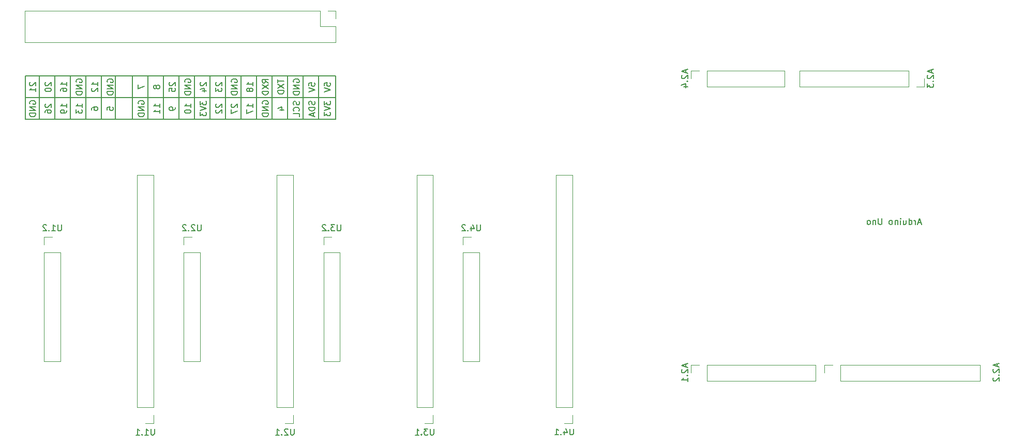
<source format=gbr>
%TF.GenerationSoftware,KiCad,Pcbnew,(6.0.10)*%
%TF.CreationDate,2025-04-13T20:47:06+02:00*%
%TF.ProjectId,pcb_shield,7063625f-7368-4696-956c-642e6b696361,1.0*%
%TF.SameCoordinates,Original*%
%TF.FileFunction,Legend,Bot*%
%TF.FilePolarity,Positive*%
%FSLAX46Y46*%
G04 Gerber Fmt 4.6, Leading zero omitted, Abs format (unit mm)*
G04 Created by KiCad (PCBNEW (6.0.10)) date 2025-04-13 20:47:06*
%MOMM*%
%LPD*%
G01*
G04 APERTURE LIST*
%ADD10C,0.150000*%
%ADD11C,0.120000*%
G04 APERTURE END LIST*
D10*
X72136000Y-70104000D02*
X72136000Y-77216000D01*
X120650000Y-73660000D02*
X69850000Y-73660000D01*
X112776000Y-70104000D02*
X112776000Y-77216000D01*
X100076000Y-70104000D02*
X100076000Y-77216000D01*
X105156000Y-70104000D02*
X105156000Y-77216000D01*
X115316000Y-70104000D02*
X115316000Y-77216000D01*
X110236000Y-70104000D02*
X110236000Y-77216000D01*
X89916000Y-70104000D02*
X89916000Y-77216000D01*
X94996000Y-70104000D02*
X94996000Y-77216000D01*
X84582000Y-70104000D02*
X84582000Y-77216000D01*
X82296000Y-70104000D02*
X82296000Y-77216000D01*
X69850000Y-77216000D02*
X120650000Y-77216000D01*
X107696000Y-70104000D02*
X107696000Y-77216000D01*
X97536000Y-70104000D02*
X97536000Y-77216000D01*
X102616000Y-70104000D02*
X102616000Y-77216000D01*
X87376000Y-70104000D02*
X87376000Y-77216000D01*
X69850000Y-70104000D02*
X120650000Y-70104000D01*
X74676000Y-70104000D02*
X74676000Y-77216000D01*
X92456000Y-70104000D02*
X92456000Y-77216000D01*
X69850000Y-73660000D02*
X69850000Y-77216000D01*
X120650000Y-77216000D02*
X120650000Y-73660000D01*
X77216000Y-70104000D02*
X77216000Y-77216000D01*
X117856000Y-70104000D02*
X117856000Y-77216000D01*
X69850000Y-73660000D02*
X69850000Y-70104000D01*
X120650000Y-70104000D02*
X120650000Y-73660000D01*
X79756000Y-70104000D02*
X79756000Y-77216000D01*
X101147619Y-74676095D02*
X101100000Y-74723714D01*
X101052380Y-74818952D01*
X101052380Y-75057047D01*
X101100000Y-75152285D01*
X101147619Y-75199904D01*
X101242857Y-75247523D01*
X101338095Y-75247523D01*
X101480952Y-75199904D01*
X102052380Y-74628476D01*
X102052380Y-75247523D01*
X101147619Y-75628476D02*
X101100000Y-75676095D01*
X101052380Y-75771333D01*
X101052380Y-76009428D01*
X101100000Y-76104666D01*
X101147619Y-76152285D01*
X101242857Y-76199904D01*
X101338095Y-76199904D01*
X101480952Y-76152285D01*
X102052380Y-75580857D01*
X102052380Y-76199904D01*
X96020000Y-71120095D02*
X95972380Y-71024857D01*
X95972380Y-70882000D01*
X96020000Y-70739142D01*
X96115238Y-70643904D01*
X96210476Y-70596285D01*
X96400952Y-70548666D01*
X96543809Y-70548666D01*
X96734285Y-70596285D01*
X96829523Y-70643904D01*
X96924761Y-70739142D01*
X96972380Y-70882000D01*
X96972380Y-70977238D01*
X96924761Y-71120095D01*
X96877142Y-71167714D01*
X96543809Y-71167714D01*
X96543809Y-70977238D01*
X96972380Y-71596285D02*
X95972380Y-71596285D01*
X96972380Y-72167714D01*
X95972380Y-72167714D01*
X96972380Y-72643904D02*
X95972380Y-72643904D01*
X95972380Y-72882000D01*
X96020000Y-73024857D01*
X96115238Y-73120095D01*
X96210476Y-73167714D01*
X96400952Y-73215333D01*
X96543809Y-73215333D01*
X96734285Y-73167714D01*
X96829523Y-73120095D01*
X96924761Y-73024857D01*
X96972380Y-72882000D01*
X96972380Y-72643904D01*
X98512380Y-74199904D02*
X98512380Y-74818952D01*
X98893333Y-74485619D01*
X98893333Y-74628476D01*
X98940952Y-74723714D01*
X98988571Y-74771333D01*
X99083809Y-74818952D01*
X99321904Y-74818952D01*
X99417142Y-74771333D01*
X99464761Y-74723714D01*
X99512380Y-74628476D01*
X99512380Y-74342761D01*
X99464761Y-74247523D01*
X99417142Y-74199904D01*
X98512380Y-75104666D02*
X99512380Y-75438000D01*
X98512380Y-75771333D01*
X98512380Y-76009428D02*
X98512380Y-76628476D01*
X98893333Y-76295142D01*
X98893333Y-76438000D01*
X98940952Y-76533238D01*
X98988571Y-76580857D01*
X99083809Y-76628476D01*
X99321904Y-76628476D01*
X99417142Y-76580857D01*
X99464761Y-76533238D01*
X99512380Y-76438000D01*
X99512380Y-76152285D01*
X99464761Y-76057047D01*
X99417142Y-76009428D01*
X118832380Y-71691523D02*
X118832380Y-71215333D01*
X119308571Y-71167714D01*
X119260952Y-71215333D01*
X119213333Y-71310571D01*
X119213333Y-71548666D01*
X119260952Y-71643904D01*
X119308571Y-71691523D01*
X119403809Y-71739142D01*
X119641904Y-71739142D01*
X119737142Y-71691523D01*
X119784761Y-71643904D01*
X119832380Y-71548666D01*
X119832380Y-71310571D01*
X119784761Y-71215333D01*
X119737142Y-71167714D01*
X118832380Y-72024857D02*
X119832380Y-72358190D01*
X118832380Y-72691523D01*
X103687619Y-74676095D02*
X103640000Y-74723714D01*
X103592380Y-74818952D01*
X103592380Y-75057047D01*
X103640000Y-75152285D01*
X103687619Y-75199904D01*
X103782857Y-75247523D01*
X103878095Y-75247523D01*
X104020952Y-75199904D01*
X104592380Y-74628476D01*
X104592380Y-75247523D01*
X103592380Y-75580857D02*
X103592380Y-76247523D01*
X104592380Y-75818952D01*
X81732380Y-71691523D02*
X81732380Y-71120095D01*
X81732380Y-71405809D02*
X80732380Y-71405809D01*
X80875238Y-71310571D01*
X80970476Y-71215333D01*
X81018095Y-71120095D01*
X80827619Y-72072476D02*
X80780000Y-72120095D01*
X80732380Y-72215333D01*
X80732380Y-72453428D01*
X80780000Y-72548666D01*
X80827619Y-72596285D01*
X80922857Y-72643904D01*
X81018095Y-72643904D01*
X81160952Y-72596285D01*
X81732380Y-72024857D01*
X81732380Y-72643904D01*
X91892380Y-75247523D02*
X91892380Y-74676095D01*
X91892380Y-74961809D02*
X90892380Y-74961809D01*
X91035238Y-74866571D01*
X91130476Y-74771333D01*
X91178095Y-74676095D01*
X91892380Y-76199904D02*
X91892380Y-75628476D01*
X91892380Y-75914190D02*
X90892380Y-75914190D01*
X91035238Y-75818952D01*
X91130476Y-75723714D01*
X91178095Y-75628476D01*
X107132380Y-75247523D02*
X107132380Y-74676095D01*
X107132380Y-74961809D02*
X106132380Y-74961809D01*
X106275238Y-74866571D01*
X106370476Y-74771333D01*
X106418095Y-74676095D01*
X106132380Y-75580857D02*
X106132380Y-76247523D01*
X107132380Y-75818952D01*
X83320000Y-71120095D02*
X83272380Y-71024857D01*
X83272380Y-70882000D01*
X83320000Y-70739142D01*
X83415238Y-70643904D01*
X83510476Y-70596285D01*
X83700952Y-70548666D01*
X83843809Y-70548666D01*
X84034285Y-70596285D01*
X84129523Y-70643904D01*
X84224761Y-70739142D01*
X84272380Y-70882000D01*
X84272380Y-70977238D01*
X84224761Y-71120095D01*
X84177142Y-71167714D01*
X83843809Y-71167714D01*
X83843809Y-70977238D01*
X84272380Y-71596285D02*
X83272380Y-71596285D01*
X84272380Y-72167714D01*
X83272380Y-72167714D01*
X84272380Y-72643904D02*
X83272380Y-72643904D01*
X83272380Y-72882000D01*
X83320000Y-73024857D01*
X83415238Y-73120095D01*
X83510476Y-73167714D01*
X83700952Y-73215333D01*
X83843809Y-73215333D01*
X84034285Y-73167714D01*
X84129523Y-73120095D01*
X84224761Y-73024857D01*
X84272380Y-72882000D01*
X84272380Y-72643904D01*
X111212380Y-70620095D02*
X111212380Y-71191523D01*
X112212380Y-70905809D02*
X111212380Y-70905809D01*
X111212380Y-71429619D02*
X112212380Y-72096285D01*
X111212380Y-72096285D02*
X112212380Y-71429619D01*
X112212380Y-72477238D02*
X111212380Y-72477238D01*
X111212380Y-72715333D01*
X111260000Y-72858190D01*
X111355238Y-72953428D01*
X111450476Y-73001047D01*
X111640952Y-73048666D01*
X111783809Y-73048666D01*
X111974285Y-73001047D01*
X112069523Y-72953428D01*
X112164761Y-72858190D01*
X112212380Y-72715333D01*
X112212380Y-72477238D01*
X108720000Y-74676095D02*
X108672380Y-74580857D01*
X108672380Y-74438000D01*
X108720000Y-74295142D01*
X108815238Y-74199904D01*
X108910476Y-74152285D01*
X109100952Y-74104666D01*
X109243809Y-74104666D01*
X109434285Y-74152285D01*
X109529523Y-74199904D01*
X109624761Y-74295142D01*
X109672380Y-74438000D01*
X109672380Y-74533238D01*
X109624761Y-74676095D01*
X109577142Y-74723714D01*
X109243809Y-74723714D01*
X109243809Y-74533238D01*
X109672380Y-75152285D02*
X108672380Y-75152285D01*
X109672380Y-75723714D01*
X108672380Y-75723714D01*
X109672380Y-76199904D02*
X108672380Y-76199904D01*
X108672380Y-76438000D01*
X108720000Y-76580857D01*
X108815238Y-76676095D01*
X108910476Y-76723714D01*
X109100952Y-76771333D01*
X109243809Y-76771333D01*
X109434285Y-76723714D01*
X109529523Y-76676095D01*
X109624761Y-76580857D01*
X109672380Y-76438000D01*
X109672380Y-76199904D01*
X216494761Y-94146666D02*
X216018571Y-94146666D01*
X216590000Y-94432380D02*
X216256666Y-93432380D01*
X215923333Y-94432380D01*
X215590000Y-94432380D02*
X215590000Y-93765714D01*
X215590000Y-93956190D02*
X215542380Y-93860952D01*
X215494761Y-93813333D01*
X215399523Y-93765714D01*
X215304285Y-93765714D01*
X214542380Y-94432380D02*
X214542380Y-93432380D01*
X214542380Y-94384761D02*
X214637619Y-94432380D01*
X214828095Y-94432380D01*
X214923333Y-94384761D01*
X214970952Y-94337142D01*
X215018571Y-94241904D01*
X215018571Y-93956190D01*
X214970952Y-93860952D01*
X214923333Y-93813333D01*
X214828095Y-93765714D01*
X214637619Y-93765714D01*
X214542380Y-93813333D01*
X213637619Y-93765714D02*
X213637619Y-94432380D01*
X214066190Y-93765714D02*
X214066190Y-94289523D01*
X214018571Y-94384761D01*
X213923333Y-94432380D01*
X213780476Y-94432380D01*
X213685238Y-94384761D01*
X213637619Y-94337142D01*
X213161428Y-94432380D02*
X213161428Y-93765714D01*
X213161428Y-93432380D02*
X213209047Y-93480000D01*
X213161428Y-93527619D01*
X213113809Y-93480000D01*
X213161428Y-93432380D01*
X213161428Y-93527619D01*
X212685238Y-93765714D02*
X212685238Y-94432380D01*
X212685238Y-93860952D02*
X212637619Y-93813333D01*
X212542380Y-93765714D01*
X212399523Y-93765714D01*
X212304285Y-93813333D01*
X212256666Y-93908571D01*
X212256666Y-94432380D01*
X211637619Y-94432380D02*
X211732857Y-94384761D01*
X211780476Y-94337142D01*
X211828095Y-94241904D01*
X211828095Y-93956190D01*
X211780476Y-93860952D01*
X211732857Y-93813333D01*
X211637619Y-93765714D01*
X211494761Y-93765714D01*
X211399523Y-93813333D01*
X211351904Y-93860952D01*
X211304285Y-93956190D01*
X211304285Y-94241904D01*
X211351904Y-94337142D01*
X211399523Y-94384761D01*
X211494761Y-94432380D01*
X211637619Y-94432380D01*
X210113809Y-93432380D02*
X210113809Y-94241904D01*
X210066190Y-94337142D01*
X210018571Y-94384761D01*
X209923333Y-94432380D01*
X209732857Y-94432380D01*
X209637619Y-94384761D01*
X209590000Y-94337142D01*
X209542380Y-94241904D01*
X209542380Y-93432380D01*
X209066190Y-93765714D02*
X209066190Y-94432380D01*
X209066190Y-93860952D02*
X209018571Y-93813333D01*
X208923333Y-93765714D01*
X208780476Y-93765714D01*
X208685238Y-93813333D01*
X208637619Y-93908571D01*
X208637619Y-94432380D01*
X208018571Y-94432380D02*
X208113809Y-94384761D01*
X208161428Y-94337142D01*
X208209047Y-94241904D01*
X208209047Y-93956190D01*
X208161428Y-93860952D01*
X208113809Y-93813333D01*
X208018571Y-93765714D01*
X207875714Y-93765714D01*
X207780476Y-93813333D01*
X207732857Y-93860952D01*
X207685238Y-93956190D01*
X207685238Y-94241904D01*
X207732857Y-94337142D01*
X207780476Y-94384761D01*
X207875714Y-94432380D01*
X208018571Y-94432380D01*
X80732380Y-75628476D02*
X80732380Y-75438000D01*
X80780000Y-75342761D01*
X80827619Y-75295142D01*
X80970476Y-75199904D01*
X81160952Y-75152285D01*
X81541904Y-75152285D01*
X81637142Y-75199904D01*
X81684761Y-75247523D01*
X81732380Y-75342761D01*
X81732380Y-75533238D01*
X81684761Y-75628476D01*
X81637142Y-75676095D01*
X81541904Y-75723714D01*
X81303809Y-75723714D01*
X81208571Y-75676095D01*
X81160952Y-75628476D01*
X81113333Y-75533238D01*
X81113333Y-75342761D01*
X81160952Y-75247523D01*
X81208571Y-75199904D01*
X81303809Y-75152285D01*
X118832380Y-74199904D02*
X118832380Y-74818952D01*
X119213333Y-74485619D01*
X119213333Y-74628476D01*
X119260952Y-74723714D01*
X119308571Y-74771333D01*
X119403809Y-74818952D01*
X119641904Y-74818952D01*
X119737142Y-74771333D01*
X119784761Y-74723714D01*
X119832380Y-74628476D01*
X119832380Y-74342761D01*
X119784761Y-74247523D01*
X119737142Y-74199904D01*
X118832380Y-75104666D02*
X119832380Y-75438000D01*
X118832380Y-75771333D01*
X118832380Y-76009428D02*
X118832380Y-76628476D01*
X119213333Y-76295142D01*
X119213333Y-76438000D01*
X119260952Y-76533238D01*
X119308571Y-76580857D01*
X119403809Y-76628476D01*
X119641904Y-76628476D01*
X119737142Y-76580857D01*
X119784761Y-76533238D01*
X119832380Y-76438000D01*
X119832380Y-76152285D01*
X119784761Y-76057047D01*
X119737142Y-76009428D01*
X114704761Y-74247523D02*
X114752380Y-74390380D01*
X114752380Y-74628476D01*
X114704761Y-74723714D01*
X114657142Y-74771333D01*
X114561904Y-74818952D01*
X114466666Y-74818952D01*
X114371428Y-74771333D01*
X114323809Y-74723714D01*
X114276190Y-74628476D01*
X114228571Y-74438000D01*
X114180952Y-74342761D01*
X114133333Y-74295142D01*
X114038095Y-74247523D01*
X113942857Y-74247523D01*
X113847619Y-74295142D01*
X113800000Y-74342761D01*
X113752380Y-74438000D01*
X113752380Y-74676095D01*
X113800000Y-74818952D01*
X114657142Y-75818952D02*
X114704761Y-75771333D01*
X114752380Y-75628476D01*
X114752380Y-75533238D01*
X114704761Y-75390380D01*
X114609523Y-75295142D01*
X114514285Y-75247523D01*
X114323809Y-75199904D01*
X114180952Y-75199904D01*
X113990476Y-75247523D01*
X113895238Y-75295142D01*
X113800000Y-75390380D01*
X113752380Y-75533238D01*
X113752380Y-75628476D01*
X113800000Y-75771333D01*
X113847619Y-75818952D01*
X114752380Y-76723714D02*
X114752380Y-76247523D01*
X113752380Y-76247523D01*
X116292380Y-71691523D02*
X116292380Y-71215333D01*
X116768571Y-71167714D01*
X116720952Y-71215333D01*
X116673333Y-71310571D01*
X116673333Y-71548666D01*
X116720952Y-71643904D01*
X116768571Y-71691523D01*
X116863809Y-71739142D01*
X117101904Y-71739142D01*
X117197142Y-71691523D01*
X117244761Y-71643904D01*
X117292380Y-71548666D01*
X117292380Y-71310571D01*
X117244761Y-71215333D01*
X117197142Y-71167714D01*
X116292380Y-72024857D02*
X117292380Y-72358190D01*
X116292380Y-72691523D01*
X79192380Y-75247523D02*
X79192380Y-74676095D01*
X79192380Y-74961809D02*
X78192380Y-74961809D01*
X78335238Y-74866571D01*
X78430476Y-74771333D01*
X78478095Y-74676095D01*
X78192380Y-75580857D02*
X78192380Y-76199904D01*
X78573333Y-75866571D01*
X78573333Y-76009428D01*
X78620952Y-76104666D01*
X78668571Y-76152285D01*
X78763809Y-76199904D01*
X79001904Y-76199904D01*
X79097142Y-76152285D01*
X79144761Y-76104666D01*
X79192380Y-76009428D01*
X79192380Y-75723714D01*
X79144761Y-75628476D01*
X79097142Y-75580857D01*
X109672380Y-71215333D02*
X109196190Y-70882000D01*
X109672380Y-70643904D02*
X108672380Y-70643904D01*
X108672380Y-71024857D01*
X108720000Y-71120095D01*
X108767619Y-71167714D01*
X108862857Y-71215333D01*
X109005714Y-71215333D01*
X109100952Y-71167714D01*
X109148571Y-71120095D01*
X109196190Y-71024857D01*
X109196190Y-70643904D01*
X108672380Y-71548666D02*
X109672380Y-72215333D01*
X108672380Y-72215333D02*
X109672380Y-71548666D01*
X109672380Y-72596285D02*
X108672380Y-72596285D01*
X108672380Y-72834380D01*
X108720000Y-72977238D01*
X108815238Y-73072476D01*
X108910476Y-73120095D01*
X109100952Y-73167714D01*
X109243809Y-73167714D01*
X109434285Y-73120095D01*
X109529523Y-73072476D01*
X109624761Y-72977238D01*
X109672380Y-72834380D01*
X109672380Y-72596285D01*
X94432380Y-75247523D02*
X94432380Y-75438000D01*
X94384761Y-75533238D01*
X94337142Y-75580857D01*
X94194285Y-75676095D01*
X94003809Y-75723714D01*
X93622857Y-75723714D01*
X93527619Y-75676095D01*
X93480000Y-75628476D01*
X93432380Y-75533238D01*
X93432380Y-75342761D01*
X93480000Y-75247523D01*
X93527619Y-75199904D01*
X93622857Y-75152285D01*
X93860952Y-75152285D01*
X93956190Y-75199904D01*
X94003809Y-75247523D01*
X94051428Y-75342761D01*
X94051428Y-75533238D01*
X94003809Y-75628476D01*
X93956190Y-75676095D01*
X93860952Y-75723714D01*
X78240000Y-71120095D02*
X78192380Y-71024857D01*
X78192380Y-70882000D01*
X78240000Y-70739142D01*
X78335238Y-70643904D01*
X78430476Y-70596285D01*
X78620952Y-70548666D01*
X78763809Y-70548666D01*
X78954285Y-70596285D01*
X79049523Y-70643904D01*
X79144761Y-70739142D01*
X79192380Y-70882000D01*
X79192380Y-70977238D01*
X79144761Y-71120095D01*
X79097142Y-71167714D01*
X78763809Y-71167714D01*
X78763809Y-70977238D01*
X79192380Y-71596285D02*
X78192380Y-71596285D01*
X79192380Y-72167714D01*
X78192380Y-72167714D01*
X79192380Y-72643904D02*
X78192380Y-72643904D01*
X78192380Y-72882000D01*
X78240000Y-73024857D01*
X78335238Y-73120095D01*
X78430476Y-73167714D01*
X78620952Y-73215333D01*
X78763809Y-73215333D01*
X78954285Y-73167714D01*
X79049523Y-73120095D01*
X79144761Y-73024857D01*
X79192380Y-72882000D01*
X79192380Y-72643904D01*
X88352380Y-71548666D02*
X88352380Y-72215333D01*
X89352380Y-71786761D01*
X101147619Y-71120095D02*
X101100000Y-71167714D01*
X101052380Y-71262952D01*
X101052380Y-71501047D01*
X101100000Y-71596285D01*
X101147619Y-71643904D01*
X101242857Y-71691523D01*
X101338095Y-71691523D01*
X101480952Y-71643904D01*
X102052380Y-71072476D01*
X102052380Y-71691523D01*
X101052380Y-72024857D02*
X101052380Y-72643904D01*
X101433333Y-72310571D01*
X101433333Y-72453428D01*
X101480952Y-72548666D01*
X101528571Y-72596285D01*
X101623809Y-72643904D01*
X101861904Y-72643904D01*
X101957142Y-72596285D01*
X102004761Y-72548666D01*
X102052380Y-72453428D01*
X102052380Y-72167714D01*
X102004761Y-72072476D01*
X101957142Y-72024857D01*
X111545714Y-75628476D02*
X112212380Y-75628476D01*
X111164761Y-75390380D02*
X111879047Y-75152285D01*
X111879047Y-75771333D01*
X96972380Y-75247523D02*
X96972380Y-74676095D01*
X96972380Y-74961809D02*
X95972380Y-74961809D01*
X96115238Y-74866571D01*
X96210476Y-74771333D01*
X96258095Y-74676095D01*
X95972380Y-75866571D02*
X95972380Y-75961809D01*
X96020000Y-76057047D01*
X96067619Y-76104666D01*
X96162857Y-76152285D01*
X96353333Y-76199904D01*
X96591428Y-76199904D01*
X96781904Y-76152285D01*
X96877142Y-76104666D01*
X96924761Y-76057047D01*
X96972380Y-75961809D01*
X96972380Y-75866571D01*
X96924761Y-75771333D01*
X96877142Y-75723714D01*
X96781904Y-75676095D01*
X96591428Y-75628476D01*
X96353333Y-75628476D01*
X96162857Y-75676095D01*
X96067619Y-75723714D01*
X96020000Y-75771333D01*
X95972380Y-75866571D01*
X83272380Y-75676095D02*
X83272380Y-75199904D01*
X83748571Y-75152285D01*
X83700952Y-75199904D01*
X83653333Y-75295142D01*
X83653333Y-75533238D01*
X83700952Y-75628476D01*
X83748571Y-75676095D01*
X83843809Y-75723714D01*
X84081904Y-75723714D01*
X84177142Y-75676095D01*
X84224761Y-75628476D01*
X84272380Y-75533238D01*
X84272380Y-75295142D01*
X84224761Y-75199904D01*
X84177142Y-75152285D01*
X88400000Y-74676095D02*
X88352380Y-74580857D01*
X88352380Y-74438000D01*
X88400000Y-74295142D01*
X88495238Y-74199904D01*
X88590476Y-74152285D01*
X88780952Y-74104666D01*
X88923809Y-74104666D01*
X89114285Y-74152285D01*
X89209523Y-74199904D01*
X89304761Y-74295142D01*
X89352380Y-74438000D01*
X89352380Y-74533238D01*
X89304761Y-74676095D01*
X89257142Y-74723714D01*
X88923809Y-74723714D01*
X88923809Y-74533238D01*
X89352380Y-75152285D02*
X88352380Y-75152285D01*
X89352380Y-75723714D01*
X88352380Y-75723714D01*
X89352380Y-76199904D02*
X88352380Y-76199904D01*
X88352380Y-76438000D01*
X88400000Y-76580857D01*
X88495238Y-76676095D01*
X88590476Y-76723714D01*
X88780952Y-76771333D01*
X88923809Y-76771333D01*
X89114285Y-76723714D01*
X89209523Y-76676095D01*
X89304761Y-76580857D01*
X89352380Y-76438000D01*
X89352380Y-76199904D01*
X91320952Y-71786761D02*
X91273333Y-71691523D01*
X91225714Y-71643904D01*
X91130476Y-71596285D01*
X91082857Y-71596285D01*
X90987619Y-71643904D01*
X90940000Y-71691523D01*
X90892380Y-71786761D01*
X90892380Y-71977238D01*
X90940000Y-72072476D01*
X90987619Y-72120095D01*
X91082857Y-72167714D01*
X91130476Y-72167714D01*
X91225714Y-72120095D01*
X91273333Y-72072476D01*
X91320952Y-71977238D01*
X91320952Y-71786761D01*
X91368571Y-71691523D01*
X91416190Y-71643904D01*
X91511428Y-71596285D01*
X91701904Y-71596285D01*
X91797142Y-71643904D01*
X91844761Y-71691523D01*
X91892380Y-71786761D01*
X91892380Y-71977238D01*
X91844761Y-72072476D01*
X91797142Y-72120095D01*
X91701904Y-72167714D01*
X91511428Y-72167714D01*
X91416190Y-72120095D01*
X91368571Y-72072476D01*
X91320952Y-71977238D01*
X98607619Y-71120095D02*
X98560000Y-71167714D01*
X98512380Y-71262952D01*
X98512380Y-71501047D01*
X98560000Y-71596285D01*
X98607619Y-71643904D01*
X98702857Y-71691523D01*
X98798095Y-71691523D01*
X98940952Y-71643904D01*
X99512380Y-71072476D01*
X99512380Y-71691523D01*
X98845714Y-72548666D02*
X99512380Y-72548666D01*
X98464761Y-72310571D02*
X99179047Y-72072476D01*
X99179047Y-72691523D01*
X70667619Y-71120095D02*
X70620000Y-71167714D01*
X70572380Y-71262952D01*
X70572380Y-71501047D01*
X70620000Y-71596285D01*
X70667619Y-71643904D01*
X70762857Y-71691523D01*
X70858095Y-71691523D01*
X71000952Y-71643904D01*
X71572380Y-71072476D01*
X71572380Y-71691523D01*
X71572380Y-72643904D02*
X71572380Y-72072476D01*
X71572380Y-72358190D02*
X70572380Y-72358190D01*
X70715238Y-72262952D01*
X70810476Y-72167714D01*
X70858095Y-72072476D01*
X113800000Y-71120095D02*
X113752380Y-71024857D01*
X113752380Y-70882000D01*
X113800000Y-70739142D01*
X113895238Y-70643904D01*
X113990476Y-70596285D01*
X114180952Y-70548666D01*
X114323809Y-70548666D01*
X114514285Y-70596285D01*
X114609523Y-70643904D01*
X114704761Y-70739142D01*
X114752380Y-70882000D01*
X114752380Y-70977238D01*
X114704761Y-71120095D01*
X114657142Y-71167714D01*
X114323809Y-71167714D01*
X114323809Y-70977238D01*
X114752380Y-71596285D02*
X113752380Y-71596285D01*
X114752380Y-72167714D01*
X113752380Y-72167714D01*
X114752380Y-72643904D02*
X113752380Y-72643904D01*
X113752380Y-72882000D01*
X113800000Y-73024857D01*
X113895238Y-73120095D01*
X113990476Y-73167714D01*
X114180952Y-73215333D01*
X114323809Y-73215333D01*
X114514285Y-73167714D01*
X114609523Y-73120095D01*
X114704761Y-73024857D01*
X114752380Y-72882000D01*
X114752380Y-72643904D01*
X70620000Y-74676095D02*
X70572380Y-74580857D01*
X70572380Y-74438000D01*
X70620000Y-74295142D01*
X70715238Y-74199904D01*
X70810476Y-74152285D01*
X71000952Y-74104666D01*
X71143809Y-74104666D01*
X71334285Y-74152285D01*
X71429523Y-74199904D01*
X71524761Y-74295142D01*
X71572380Y-74438000D01*
X71572380Y-74533238D01*
X71524761Y-74676095D01*
X71477142Y-74723714D01*
X71143809Y-74723714D01*
X71143809Y-74533238D01*
X71572380Y-75152285D02*
X70572380Y-75152285D01*
X71572380Y-75723714D01*
X70572380Y-75723714D01*
X71572380Y-76199904D02*
X70572380Y-76199904D01*
X70572380Y-76438000D01*
X70620000Y-76580857D01*
X70715238Y-76676095D01*
X70810476Y-76723714D01*
X71000952Y-76771333D01*
X71143809Y-76771333D01*
X71334285Y-76723714D01*
X71429523Y-76676095D01*
X71524761Y-76580857D01*
X71572380Y-76438000D01*
X71572380Y-76199904D01*
X73207619Y-71120095D02*
X73160000Y-71167714D01*
X73112380Y-71262952D01*
X73112380Y-71501047D01*
X73160000Y-71596285D01*
X73207619Y-71643904D01*
X73302857Y-71691523D01*
X73398095Y-71691523D01*
X73540952Y-71643904D01*
X74112380Y-71072476D01*
X74112380Y-71691523D01*
X73112380Y-72310571D02*
X73112380Y-72405809D01*
X73160000Y-72501047D01*
X73207619Y-72548666D01*
X73302857Y-72596285D01*
X73493333Y-72643904D01*
X73731428Y-72643904D01*
X73921904Y-72596285D01*
X74017142Y-72548666D01*
X74064761Y-72501047D01*
X74112380Y-72405809D01*
X74112380Y-72310571D01*
X74064761Y-72215333D01*
X74017142Y-72167714D01*
X73921904Y-72120095D01*
X73731428Y-72072476D01*
X73493333Y-72072476D01*
X73302857Y-72120095D01*
X73207619Y-72167714D01*
X73160000Y-72215333D01*
X73112380Y-72310571D01*
X73207619Y-74676095D02*
X73160000Y-74723714D01*
X73112380Y-74818952D01*
X73112380Y-75057047D01*
X73160000Y-75152285D01*
X73207619Y-75199904D01*
X73302857Y-75247523D01*
X73398095Y-75247523D01*
X73540952Y-75199904D01*
X74112380Y-74628476D01*
X74112380Y-75247523D01*
X73112380Y-76104666D02*
X73112380Y-75914190D01*
X73160000Y-75818952D01*
X73207619Y-75771333D01*
X73350476Y-75676095D01*
X73540952Y-75628476D01*
X73921904Y-75628476D01*
X74017142Y-75676095D01*
X74064761Y-75723714D01*
X74112380Y-75818952D01*
X74112380Y-76009428D01*
X74064761Y-76104666D01*
X74017142Y-76152285D01*
X73921904Y-76199904D01*
X73683809Y-76199904D01*
X73588571Y-76152285D01*
X73540952Y-76104666D01*
X73493333Y-76009428D01*
X73493333Y-75818952D01*
X73540952Y-75723714D01*
X73588571Y-75676095D01*
X73683809Y-75628476D01*
X76652380Y-71691523D02*
X76652380Y-71120095D01*
X76652380Y-71405809D02*
X75652380Y-71405809D01*
X75795238Y-71310571D01*
X75890476Y-71215333D01*
X75938095Y-71120095D01*
X75652380Y-72548666D02*
X75652380Y-72358190D01*
X75700000Y-72262952D01*
X75747619Y-72215333D01*
X75890476Y-72120095D01*
X76080952Y-72072476D01*
X76461904Y-72072476D01*
X76557142Y-72120095D01*
X76604761Y-72167714D01*
X76652380Y-72262952D01*
X76652380Y-72453428D01*
X76604761Y-72548666D01*
X76557142Y-72596285D01*
X76461904Y-72643904D01*
X76223809Y-72643904D01*
X76128571Y-72596285D01*
X76080952Y-72548666D01*
X76033333Y-72453428D01*
X76033333Y-72262952D01*
X76080952Y-72167714D01*
X76128571Y-72120095D01*
X76223809Y-72072476D01*
X103640000Y-71120095D02*
X103592380Y-71024857D01*
X103592380Y-70882000D01*
X103640000Y-70739142D01*
X103735238Y-70643904D01*
X103830476Y-70596285D01*
X104020952Y-70548666D01*
X104163809Y-70548666D01*
X104354285Y-70596285D01*
X104449523Y-70643904D01*
X104544761Y-70739142D01*
X104592380Y-70882000D01*
X104592380Y-70977238D01*
X104544761Y-71120095D01*
X104497142Y-71167714D01*
X104163809Y-71167714D01*
X104163809Y-70977238D01*
X104592380Y-71596285D02*
X103592380Y-71596285D01*
X104592380Y-72167714D01*
X103592380Y-72167714D01*
X104592380Y-72643904D02*
X103592380Y-72643904D01*
X103592380Y-72882000D01*
X103640000Y-73024857D01*
X103735238Y-73120095D01*
X103830476Y-73167714D01*
X104020952Y-73215333D01*
X104163809Y-73215333D01*
X104354285Y-73167714D01*
X104449523Y-73120095D01*
X104544761Y-73024857D01*
X104592380Y-72882000D01*
X104592380Y-72643904D01*
X117244761Y-74223714D02*
X117292380Y-74366571D01*
X117292380Y-74604666D01*
X117244761Y-74699904D01*
X117197142Y-74747523D01*
X117101904Y-74795142D01*
X117006666Y-74795142D01*
X116911428Y-74747523D01*
X116863809Y-74699904D01*
X116816190Y-74604666D01*
X116768571Y-74414190D01*
X116720952Y-74318952D01*
X116673333Y-74271333D01*
X116578095Y-74223714D01*
X116482857Y-74223714D01*
X116387619Y-74271333D01*
X116340000Y-74318952D01*
X116292380Y-74414190D01*
X116292380Y-74652285D01*
X116340000Y-74795142D01*
X117292380Y-75223714D02*
X116292380Y-75223714D01*
X116292380Y-75461809D01*
X116340000Y-75604666D01*
X116435238Y-75699904D01*
X116530476Y-75747523D01*
X116720952Y-75795142D01*
X116863809Y-75795142D01*
X117054285Y-75747523D01*
X117149523Y-75699904D01*
X117244761Y-75604666D01*
X117292380Y-75461809D01*
X117292380Y-75223714D01*
X117006666Y-76176095D02*
X117006666Y-76652285D01*
X117292380Y-76080857D02*
X116292380Y-76414190D01*
X117292380Y-76747523D01*
X107132380Y-71691523D02*
X107132380Y-71120095D01*
X107132380Y-71405809D02*
X106132380Y-71405809D01*
X106275238Y-71310571D01*
X106370476Y-71215333D01*
X106418095Y-71120095D01*
X106560952Y-72262952D02*
X106513333Y-72167714D01*
X106465714Y-72120095D01*
X106370476Y-72072476D01*
X106322857Y-72072476D01*
X106227619Y-72120095D01*
X106180000Y-72167714D01*
X106132380Y-72262952D01*
X106132380Y-72453428D01*
X106180000Y-72548666D01*
X106227619Y-72596285D01*
X106322857Y-72643904D01*
X106370476Y-72643904D01*
X106465714Y-72596285D01*
X106513333Y-72548666D01*
X106560952Y-72453428D01*
X106560952Y-72262952D01*
X106608571Y-72167714D01*
X106656190Y-72120095D01*
X106751428Y-72072476D01*
X106941904Y-72072476D01*
X107037142Y-72120095D01*
X107084761Y-72167714D01*
X107132380Y-72262952D01*
X107132380Y-72453428D01*
X107084761Y-72548666D01*
X107037142Y-72596285D01*
X106941904Y-72643904D01*
X106751428Y-72643904D01*
X106656190Y-72596285D01*
X106608571Y-72548666D01*
X106560952Y-72453428D01*
X93527619Y-71120095D02*
X93480000Y-71167714D01*
X93432380Y-71262952D01*
X93432380Y-71501047D01*
X93480000Y-71596285D01*
X93527619Y-71643904D01*
X93622857Y-71691523D01*
X93718095Y-71691523D01*
X93860952Y-71643904D01*
X94432380Y-71072476D01*
X94432380Y-71691523D01*
X93432380Y-72596285D02*
X93432380Y-72120095D01*
X93908571Y-72072476D01*
X93860952Y-72120095D01*
X93813333Y-72215333D01*
X93813333Y-72453428D01*
X93860952Y-72548666D01*
X93908571Y-72596285D01*
X94003809Y-72643904D01*
X94241904Y-72643904D01*
X94337142Y-72596285D01*
X94384761Y-72548666D01*
X94432380Y-72453428D01*
X94432380Y-72215333D01*
X94384761Y-72120095D01*
X94337142Y-72072476D01*
X76652380Y-75247523D02*
X76652380Y-74676095D01*
X76652380Y-74961809D02*
X75652380Y-74961809D01*
X75795238Y-74866571D01*
X75890476Y-74771333D01*
X75938095Y-74676095D01*
X76652380Y-75723714D02*
X76652380Y-75914190D01*
X76604761Y-76009428D01*
X76557142Y-76057047D01*
X76414285Y-76152285D01*
X76223809Y-76199904D01*
X75842857Y-76199904D01*
X75747619Y-76152285D01*
X75700000Y-76104666D01*
X75652380Y-76009428D01*
X75652380Y-75818952D01*
X75700000Y-75723714D01*
X75747619Y-75676095D01*
X75842857Y-75628476D01*
X76080952Y-75628476D01*
X76176190Y-75676095D01*
X76223809Y-75723714D01*
X76271428Y-75818952D01*
X76271428Y-76009428D01*
X76223809Y-76104666D01*
X76176190Y-76152285D01*
X76080952Y-76199904D01*
%TO.C,A2.3*%
X218244666Y-69094428D02*
X218244666Y-69570619D01*
X218530380Y-68999190D02*
X217530380Y-69332523D01*
X218530380Y-69665857D01*
X217625619Y-69951571D02*
X217578000Y-69999190D01*
X217530380Y-70094428D01*
X217530380Y-70332523D01*
X217578000Y-70427761D01*
X217625619Y-70475380D01*
X217720857Y-70523000D01*
X217816095Y-70523000D01*
X217958952Y-70475380D01*
X218530380Y-69903952D01*
X218530380Y-70523000D01*
X218435142Y-70951571D02*
X218482761Y-70999190D01*
X218530380Y-70951571D01*
X218482761Y-70903952D01*
X218435142Y-70951571D01*
X218530380Y-70951571D01*
X217530380Y-71332523D02*
X217530380Y-71951571D01*
X217911333Y-71618238D01*
X217911333Y-71761095D01*
X217958952Y-71856333D01*
X218006571Y-71903952D01*
X218101809Y-71951571D01*
X218339904Y-71951571D01*
X218435142Y-71903952D01*
X218482761Y-71856333D01*
X218530380Y-71761095D01*
X218530380Y-71475380D01*
X218482761Y-71380142D01*
X218435142Y-71332523D01*
%TO.C,A2.4*%
X178024666Y-69084428D02*
X178024666Y-69560619D01*
X178310380Y-68989190D02*
X177310380Y-69322523D01*
X178310380Y-69655857D01*
X177405619Y-69941571D02*
X177358000Y-69989190D01*
X177310380Y-70084428D01*
X177310380Y-70322523D01*
X177358000Y-70417761D01*
X177405619Y-70465380D01*
X177500857Y-70513000D01*
X177596095Y-70513000D01*
X177738952Y-70465380D01*
X178310380Y-69893952D01*
X178310380Y-70513000D01*
X178215142Y-70941571D02*
X178262761Y-70989190D01*
X178310380Y-70941571D01*
X178262761Y-70893952D01*
X178215142Y-70941571D01*
X178310380Y-70941571D01*
X177643714Y-71846333D02*
X178310380Y-71846333D01*
X177262761Y-71608238D02*
X177977047Y-71370142D01*
X177977047Y-71989190D01*
%TO.C,A2.2*%
X229014666Y-117284428D02*
X229014666Y-117760619D01*
X229300380Y-117189190D02*
X228300380Y-117522523D01*
X229300380Y-117855857D01*
X228395619Y-118141571D02*
X228348000Y-118189190D01*
X228300380Y-118284428D01*
X228300380Y-118522523D01*
X228348000Y-118617761D01*
X228395619Y-118665380D01*
X228490857Y-118713000D01*
X228586095Y-118713000D01*
X228728952Y-118665380D01*
X229300380Y-118093952D01*
X229300380Y-118713000D01*
X229205142Y-119141571D02*
X229252761Y-119189190D01*
X229300380Y-119141571D01*
X229252761Y-119093952D01*
X229205142Y-119141571D01*
X229300380Y-119141571D01*
X228395619Y-119570142D02*
X228348000Y-119617761D01*
X228300380Y-119713000D01*
X228300380Y-119951095D01*
X228348000Y-120046333D01*
X228395619Y-120093952D01*
X228490857Y-120141571D01*
X228586095Y-120141571D01*
X228728952Y-120093952D01*
X229300380Y-119522523D01*
X229300380Y-120141571D01*
%TO.C,A2.1*%
X178024666Y-117354428D02*
X178024666Y-117830619D01*
X178310380Y-117259190D02*
X177310380Y-117592523D01*
X178310380Y-117925857D01*
X177405619Y-118211571D02*
X177358000Y-118259190D01*
X177310380Y-118354428D01*
X177310380Y-118592523D01*
X177358000Y-118687761D01*
X177405619Y-118735380D01*
X177500857Y-118783000D01*
X177596095Y-118783000D01*
X177738952Y-118735380D01*
X178310380Y-118163952D01*
X178310380Y-118783000D01*
X178215142Y-119211571D02*
X178262761Y-119259190D01*
X178310380Y-119211571D01*
X178262761Y-119163952D01*
X178215142Y-119211571D01*
X178310380Y-119211571D01*
X178310380Y-120211571D02*
X178310380Y-119640142D01*
X178310380Y-119925857D02*
X177310380Y-119925857D01*
X177453238Y-119830619D01*
X177548476Y-119735380D01*
X177596095Y-119640142D01*
%TO.C,U4.2*%
X144354190Y-94475380D02*
X144354190Y-95284904D01*
X144306571Y-95380142D01*
X144258952Y-95427761D01*
X144163714Y-95475380D01*
X143973238Y-95475380D01*
X143878000Y-95427761D01*
X143830380Y-95380142D01*
X143782761Y-95284904D01*
X143782761Y-94475380D01*
X142878000Y-94808714D02*
X142878000Y-95475380D01*
X143116095Y-94427761D02*
X143354190Y-95142047D01*
X142735142Y-95142047D01*
X142354190Y-95380142D02*
X142306571Y-95427761D01*
X142354190Y-95475380D01*
X142401809Y-95427761D01*
X142354190Y-95380142D01*
X142354190Y-95475380D01*
X141925619Y-94570619D02*
X141878000Y-94523000D01*
X141782761Y-94475380D01*
X141544666Y-94475380D01*
X141449428Y-94523000D01*
X141401809Y-94570619D01*
X141354190Y-94665857D01*
X141354190Y-94761095D01*
X141401809Y-94903952D01*
X141973238Y-95475380D01*
X141354190Y-95475380D01*
%TO.C,U4.1*%
X159594190Y-127945380D02*
X159594190Y-128754904D01*
X159546571Y-128850142D01*
X159498952Y-128897761D01*
X159403714Y-128945380D01*
X159213238Y-128945380D01*
X159118000Y-128897761D01*
X159070380Y-128850142D01*
X159022761Y-128754904D01*
X159022761Y-127945380D01*
X158118000Y-128278714D02*
X158118000Y-128945380D01*
X158356095Y-127897761D02*
X158594190Y-128612047D01*
X157975142Y-128612047D01*
X157594190Y-128850142D02*
X157546571Y-128897761D01*
X157594190Y-128945380D01*
X157641809Y-128897761D01*
X157594190Y-128850142D01*
X157594190Y-128945380D01*
X156594190Y-128945380D02*
X157165619Y-128945380D01*
X156879904Y-128945380D02*
X156879904Y-127945380D01*
X156975142Y-128088238D01*
X157070380Y-128183476D01*
X157165619Y-128231095D01*
%TO.C,U3.2*%
X121504190Y-94475380D02*
X121504190Y-95284904D01*
X121456571Y-95380142D01*
X121408952Y-95427761D01*
X121313714Y-95475380D01*
X121123238Y-95475380D01*
X121028000Y-95427761D01*
X120980380Y-95380142D01*
X120932761Y-95284904D01*
X120932761Y-94475380D01*
X120551809Y-94475380D02*
X119932761Y-94475380D01*
X120266095Y-94856333D01*
X120123238Y-94856333D01*
X120028000Y-94903952D01*
X119980380Y-94951571D01*
X119932761Y-95046809D01*
X119932761Y-95284904D01*
X119980380Y-95380142D01*
X120028000Y-95427761D01*
X120123238Y-95475380D01*
X120408952Y-95475380D01*
X120504190Y-95427761D01*
X120551809Y-95380142D01*
X119504190Y-95380142D02*
X119456571Y-95427761D01*
X119504190Y-95475380D01*
X119551809Y-95427761D01*
X119504190Y-95380142D01*
X119504190Y-95475380D01*
X119075619Y-94570619D02*
X119028000Y-94523000D01*
X118932761Y-94475380D01*
X118694666Y-94475380D01*
X118599428Y-94523000D01*
X118551809Y-94570619D01*
X118504190Y-94665857D01*
X118504190Y-94761095D01*
X118551809Y-94903952D01*
X119123238Y-95475380D01*
X118504190Y-95475380D01*
%TO.C,U3.1*%
X136744190Y-127955380D02*
X136744190Y-128764904D01*
X136696571Y-128860142D01*
X136648952Y-128907761D01*
X136553714Y-128955380D01*
X136363238Y-128955380D01*
X136268000Y-128907761D01*
X136220380Y-128860142D01*
X136172761Y-128764904D01*
X136172761Y-127955380D01*
X135791809Y-127955380D02*
X135172761Y-127955380D01*
X135506095Y-128336333D01*
X135363238Y-128336333D01*
X135268000Y-128383952D01*
X135220380Y-128431571D01*
X135172761Y-128526809D01*
X135172761Y-128764904D01*
X135220380Y-128860142D01*
X135268000Y-128907761D01*
X135363238Y-128955380D01*
X135648952Y-128955380D01*
X135744190Y-128907761D01*
X135791809Y-128860142D01*
X134744190Y-128860142D02*
X134696571Y-128907761D01*
X134744190Y-128955380D01*
X134791809Y-128907761D01*
X134744190Y-128860142D01*
X134744190Y-128955380D01*
X133744190Y-128955380D02*
X134315619Y-128955380D01*
X134029904Y-128955380D02*
X134029904Y-127955380D01*
X134125142Y-128098238D01*
X134220380Y-128193476D01*
X134315619Y-128241095D01*
%TO.C,U2.2*%
X98634190Y-94475380D02*
X98634190Y-95284904D01*
X98586571Y-95380142D01*
X98538952Y-95427761D01*
X98443714Y-95475380D01*
X98253238Y-95475380D01*
X98158000Y-95427761D01*
X98110380Y-95380142D01*
X98062761Y-95284904D01*
X98062761Y-94475380D01*
X97634190Y-94570619D02*
X97586571Y-94523000D01*
X97491333Y-94475380D01*
X97253238Y-94475380D01*
X97158000Y-94523000D01*
X97110380Y-94570619D01*
X97062761Y-94665857D01*
X97062761Y-94761095D01*
X97110380Y-94903952D01*
X97681809Y-95475380D01*
X97062761Y-95475380D01*
X96634190Y-95380142D02*
X96586571Y-95427761D01*
X96634190Y-95475380D01*
X96681809Y-95427761D01*
X96634190Y-95380142D01*
X96634190Y-95475380D01*
X96205619Y-94570619D02*
X96158000Y-94523000D01*
X96062761Y-94475380D01*
X95824666Y-94475380D01*
X95729428Y-94523000D01*
X95681809Y-94570619D01*
X95634190Y-94665857D01*
X95634190Y-94761095D01*
X95681809Y-94903952D01*
X96253238Y-95475380D01*
X95634190Y-95475380D01*
%TO.C,U2.1*%
X113874190Y-127955380D02*
X113874190Y-128764904D01*
X113826571Y-128860142D01*
X113778952Y-128907761D01*
X113683714Y-128955380D01*
X113493238Y-128955380D01*
X113398000Y-128907761D01*
X113350380Y-128860142D01*
X113302761Y-128764904D01*
X113302761Y-127955380D01*
X112874190Y-128050619D02*
X112826571Y-128003000D01*
X112731333Y-127955380D01*
X112493238Y-127955380D01*
X112398000Y-128003000D01*
X112350380Y-128050619D01*
X112302761Y-128145857D01*
X112302761Y-128241095D01*
X112350380Y-128383952D01*
X112921809Y-128955380D01*
X112302761Y-128955380D01*
X111874190Y-128860142D02*
X111826571Y-128907761D01*
X111874190Y-128955380D01*
X111921809Y-128907761D01*
X111874190Y-128860142D01*
X111874190Y-128955380D01*
X110874190Y-128955380D02*
X111445619Y-128955380D01*
X111159904Y-128955380D02*
X111159904Y-127955380D01*
X111255142Y-128098238D01*
X111350380Y-128193476D01*
X111445619Y-128241095D01*
%TO.C,U1.2*%
X75774190Y-94475380D02*
X75774190Y-95284904D01*
X75726571Y-95380142D01*
X75678952Y-95427761D01*
X75583714Y-95475380D01*
X75393238Y-95475380D01*
X75298000Y-95427761D01*
X75250380Y-95380142D01*
X75202761Y-95284904D01*
X75202761Y-94475380D01*
X74202761Y-95475380D02*
X74774190Y-95475380D01*
X74488476Y-95475380D02*
X74488476Y-94475380D01*
X74583714Y-94618238D01*
X74678952Y-94713476D01*
X74774190Y-94761095D01*
X73774190Y-95380142D02*
X73726571Y-95427761D01*
X73774190Y-95475380D01*
X73821809Y-95427761D01*
X73774190Y-95380142D01*
X73774190Y-95475380D01*
X73345619Y-94570619D02*
X73298000Y-94523000D01*
X73202761Y-94475380D01*
X72964666Y-94475380D01*
X72869428Y-94523000D01*
X72821809Y-94570619D01*
X72774190Y-94665857D01*
X72774190Y-94761095D01*
X72821809Y-94903952D01*
X73393238Y-95475380D01*
X72774190Y-95475380D01*
%TO.C,U1.1*%
X91014190Y-127955380D02*
X91014190Y-128764904D01*
X90966571Y-128860142D01*
X90918952Y-128907761D01*
X90823714Y-128955380D01*
X90633238Y-128955380D01*
X90538000Y-128907761D01*
X90490380Y-128860142D01*
X90442761Y-128764904D01*
X90442761Y-127955380D01*
X89442761Y-128955380D02*
X90014190Y-128955380D01*
X89728476Y-128955380D02*
X89728476Y-127955380D01*
X89823714Y-128098238D01*
X89918952Y-128193476D01*
X90014190Y-128241095D01*
X89014190Y-128860142D02*
X88966571Y-128907761D01*
X89014190Y-128955380D01*
X89061809Y-128907761D01*
X89014190Y-128860142D01*
X89014190Y-128955380D01*
X88014190Y-128955380D02*
X88585619Y-128955380D01*
X88299904Y-128955380D02*
X88299904Y-127955380D01*
X88395142Y-128098238D01*
X88490380Y-128193476D01*
X88585619Y-128241095D01*
D11*
%TO.C,A2.3*%
X214478000Y-71853000D02*
X214478000Y-69193000D01*
X196638000Y-71853000D02*
X196638000Y-69193000D01*
X214478000Y-71853000D02*
X196638000Y-71853000D01*
X215748000Y-71853000D02*
X217078000Y-71853000D01*
X214478000Y-69193000D02*
X196638000Y-69193000D01*
X217078000Y-71853000D02*
X217078000Y-70523000D01*
%TO.C,A2.4*%
X181458000Y-69183000D02*
X194218000Y-69183000D01*
X180188000Y-69183000D02*
X178858000Y-69183000D01*
X178858000Y-69183000D02*
X178858000Y-70513000D01*
X181458000Y-69183000D02*
X181458000Y-71843000D01*
X194218000Y-69183000D02*
X194218000Y-71843000D01*
X181458000Y-71843000D02*
X194218000Y-71843000D01*
%TO.C,A2.2*%
X226218000Y-117453000D02*
X226218000Y-120113000D01*
X203298000Y-117453000D02*
X203298000Y-120113000D01*
X200698000Y-117453000D02*
X200698000Y-118783000D01*
X203298000Y-117453000D02*
X226218000Y-117453000D01*
X203298000Y-120113000D02*
X226218000Y-120113000D01*
X202028000Y-117453000D02*
X200698000Y-117453000D01*
%TO.C,A2.1*%
X181458000Y-117453000D02*
X181458000Y-120113000D01*
X199298000Y-117453000D02*
X199298000Y-120113000D01*
X181458000Y-117453000D02*
X199298000Y-117453000D01*
X180188000Y-117453000D02*
X178858000Y-117453000D01*
X181458000Y-120113000D02*
X199298000Y-120113000D01*
X178858000Y-117453000D02*
X178858000Y-118783000D01*
%TO.C,U4.2*%
X141548000Y-96463000D02*
X141548000Y-97793000D01*
X144208000Y-99063000D02*
X141548000Y-99063000D01*
X141548000Y-99063000D02*
X141548000Y-116903000D01*
X144208000Y-116903000D02*
X141548000Y-116903000D01*
X144208000Y-99063000D02*
X144208000Y-116903000D01*
X142878000Y-96463000D02*
X141548000Y-96463000D01*
%TO.C,U4.1*%
X158118000Y-127053000D02*
X159448000Y-127053000D01*
X159448000Y-127053000D02*
X159448000Y-125723000D01*
X156788000Y-86293000D02*
X159448000Y-86293000D01*
X159448000Y-124453000D02*
X159448000Y-86293000D01*
X156788000Y-124453000D02*
X159448000Y-124453000D01*
X156788000Y-124453000D02*
X156788000Y-86293000D01*
%TO.C,U3.2*%
X118698000Y-96463000D02*
X118698000Y-97793000D01*
X121358000Y-99063000D02*
X118698000Y-99063000D01*
X118698000Y-99063000D02*
X118698000Y-116903000D01*
X121358000Y-116903000D02*
X118698000Y-116903000D01*
X121358000Y-99063000D02*
X121358000Y-116903000D01*
X120028000Y-96463000D02*
X118698000Y-96463000D01*
%TO.C,U3.1*%
X135268000Y-127063000D02*
X136598000Y-127063000D01*
X136598000Y-127063000D02*
X136598000Y-125733000D01*
X133938000Y-86303000D02*
X136598000Y-86303000D01*
X136598000Y-124463000D02*
X136598000Y-86303000D01*
X133938000Y-124463000D02*
X136598000Y-124463000D01*
X133938000Y-124463000D02*
X133938000Y-86303000D01*
%TO.C,U2.2*%
X97158000Y-96463000D02*
X95828000Y-96463000D01*
X98488000Y-99063000D02*
X98488000Y-116903000D01*
X98488000Y-116903000D02*
X95828000Y-116903000D01*
X95828000Y-99063000D02*
X95828000Y-116903000D01*
X98488000Y-99063000D02*
X95828000Y-99063000D01*
X95828000Y-96463000D02*
X95828000Y-97793000D01*
%TO.C,U2.1*%
X112398000Y-127063000D02*
X113728000Y-127063000D01*
X113728000Y-127063000D02*
X113728000Y-125733000D01*
X111068000Y-86303000D02*
X113728000Y-86303000D01*
X113728000Y-124463000D02*
X113728000Y-86303000D01*
X111068000Y-124463000D02*
X113728000Y-124463000D01*
X111068000Y-124463000D02*
X111068000Y-86303000D01*
%TO.C,U1.2*%
X72968000Y-96463000D02*
X72968000Y-97793000D01*
X75628000Y-99063000D02*
X72968000Y-99063000D01*
X72968000Y-99063000D02*
X72968000Y-116903000D01*
X75628000Y-116903000D02*
X72968000Y-116903000D01*
X75628000Y-99063000D02*
X75628000Y-116903000D01*
X74298000Y-96463000D02*
X72968000Y-96463000D01*
%TO.C,U1.1*%
X89538000Y-127063000D02*
X90868000Y-127063000D01*
X90868000Y-127063000D02*
X90868000Y-125733000D01*
X88208000Y-86303000D02*
X90868000Y-86303000D01*
X90868000Y-124463000D02*
X90868000Y-86303000D01*
X88208000Y-124463000D02*
X90868000Y-124463000D01*
X88208000Y-124463000D02*
X88208000Y-86303000D01*
%TO.C,A1*%
X120710000Y-60706000D02*
X120710000Y-59376000D01*
X120710000Y-64576000D02*
X69790000Y-64576000D01*
X120710000Y-61976000D02*
X118110000Y-61976000D01*
X120710000Y-64576000D02*
X120710000Y-61976000D01*
X118110000Y-61976000D02*
X118110000Y-59376000D01*
X120710000Y-59376000D02*
X119380000Y-59376000D01*
X118110000Y-59376000D02*
X69790000Y-59376000D01*
X69790000Y-64576000D02*
X69790000Y-59376000D01*
%TD*%
M02*

</source>
